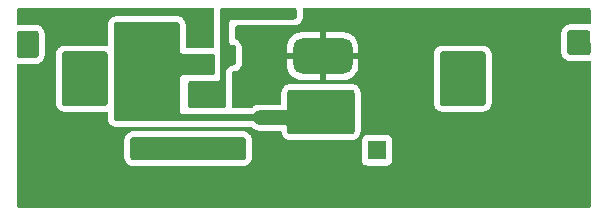
<source format=gbl>
G04 #@! TF.GenerationSoftware,KiCad,Pcbnew,(5.99.0-10682-g4bb4606811)*
G04 #@! TF.CreationDate,2021-06-09T14:52:46+02:00*
G04 #@! TF.ProjectId,xl7005-module,786c3730-3035-42d6-9d6f-64756c652e6b,rev?*
G04 #@! TF.SameCoordinates,Original*
G04 #@! TF.FileFunction,Copper,L2,Bot*
G04 #@! TF.FilePolarity,Positive*
%FSLAX46Y46*%
G04 Gerber Fmt 4.6, Leading zero omitted, Abs format (unit mm)*
G04 Created by KiCad (PCBNEW (5.99.0-10682-g4bb4606811)) date 2021-06-09 14:52:46*
%MOMM*%
%LPD*%
G01*
G04 APERTURE LIST*
G04 Aperture macros list*
%AMRoundRect*
0 Rectangle with rounded corners*
0 $1 Rounding radius*
0 $2 $3 $4 $5 $6 $7 $8 $9 X,Y pos of 4 corners*
0 Add a 4 corners polygon primitive as box body*
4,1,4,$2,$3,$4,$5,$6,$7,$8,$9,$2,$3,0*
0 Add four circle primitives for the rounded corners*
1,1,$1+$1,$2,$3*
1,1,$1+$1,$4,$5*
1,1,$1+$1,$6,$7*
1,1,$1+$1,$8,$9*
0 Add four rect primitives between the rounded corners*
20,1,$1+$1,$2,$3,$4,$5,0*
20,1,$1+$1,$4,$5,$6,$7,0*
20,1,$1+$1,$6,$7,$8,$9,0*
20,1,$1+$1,$8,$9,$2,$3,0*%
G04 Aperture macros list end*
G04 #@! TA.AperFunction,SMDPad,CuDef*
%ADD10RoundRect,0.250000X-0.475000X0.250000X-0.475000X-0.250000X0.475000X-0.250000X0.475000X0.250000X0*%
G04 #@! TD*
G04 #@! TA.AperFunction,SMDPad,CuDef*
%ADD11RoundRect,0.250000X-0.250000X-0.475000X0.250000X-0.475000X0.250000X0.475000X-0.250000X0.475000X0*%
G04 #@! TD*
G04 #@! TA.AperFunction,SMDPad,CuDef*
%ADD12RoundRect,0.750000X1.750000X-0.750000X1.750000X0.750000X-1.750000X0.750000X-1.750000X-0.750000X0*%
G04 #@! TD*
G04 #@! TA.AperFunction,SMDPad,CuDef*
%ADD13RoundRect,0.750000X-1.750000X0.750000X-1.750000X-0.750000X1.750000X-0.750000X1.750000X0.750000X0*%
G04 #@! TD*
G04 #@! TA.AperFunction,ComponentPad*
%ADD14C,1.400000*%
G04 #@! TD*
G04 #@! TA.AperFunction,ComponentPad*
%ADD15R,3.500000X3.500000*%
G04 #@! TD*
G04 #@! TA.AperFunction,ComponentPad*
%ADD16C,3.500000*%
G04 #@! TD*
G04 #@! TA.AperFunction,ComponentPad*
%ADD17R,1.600000X1.600000*%
G04 #@! TD*
G04 #@! TA.AperFunction,ComponentPad*
%ADD18C,1.600000*%
G04 #@! TD*
G04 #@! TA.AperFunction,SMDPad,CuDef*
%ADD19R,2.000000X1.500000*%
G04 #@! TD*
G04 #@! TA.AperFunction,SMDPad,CuDef*
%ADD20R,2.000000X3.800000*%
G04 #@! TD*
G04 #@! TA.AperFunction,ViaPad*
%ADD21C,0.400000*%
G04 #@! TD*
G04 APERTURE END LIST*
D10*
X150450000Y-68850000D03*
X150450000Y-70750000D03*
D11*
X146700000Y-63550000D03*
X148600000Y-63550000D03*
D12*
X154700000Y-63600000D03*
D13*
X154650000Y-68350000D03*
D14*
X176500000Y-62500000D03*
X176500000Y-73500000D03*
D15*
X166500000Y-70500000D03*
D16*
X166500000Y-65500000D03*
D17*
X140200000Y-71417621D03*
D18*
X140200000Y-73917621D03*
D17*
X159300000Y-71567621D03*
D18*
X159300000Y-74067621D03*
D17*
X147150000Y-71417621D03*
D18*
X147150000Y-73917621D03*
D14*
X129500000Y-73500000D03*
X129500000Y-62500000D03*
D15*
X134500000Y-70500000D03*
D16*
X134500000Y-65500000D03*
D19*
X144450000Y-66600000D03*
X144450000Y-64300000D03*
D20*
X138150000Y-64300000D03*
D19*
X144450000Y-62000000D03*
D21*
X147300000Y-60000000D03*
X148700000Y-60000000D03*
X150100000Y-60000000D03*
X151600000Y-60000000D03*
X173700000Y-60500000D03*
X171700000Y-60500000D03*
X175700000Y-60500000D03*
X176500000Y-69000000D03*
X129500000Y-75500000D03*
X148300000Y-62200000D03*
X135500000Y-60500000D03*
X147500000Y-65100000D03*
X148400000Y-65100000D03*
X170500000Y-75500000D03*
X131500000Y-60500000D03*
X149300000Y-65900000D03*
X147500000Y-66700000D03*
X155400000Y-72600000D03*
X161500000Y-75500000D03*
X139500000Y-75500000D03*
X172500000Y-75500000D03*
X149300000Y-67500000D03*
X135500000Y-75500000D03*
X131500000Y-75500000D03*
X174500000Y-75500000D03*
X149500000Y-75500000D03*
X137500000Y-75500000D03*
X147500000Y-67500000D03*
X155400000Y-74600000D03*
X147500000Y-75500000D03*
X155400000Y-73600000D03*
X133500000Y-60500000D03*
X149300000Y-66700000D03*
X148300000Y-61400000D03*
X133500000Y-75500000D03*
X155400000Y-71600000D03*
X176500000Y-71000000D03*
X143500000Y-75500000D03*
X148400000Y-66700000D03*
X147500000Y-65900000D03*
X155400000Y-75600000D03*
X176500000Y-75500000D03*
X148400000Y-67500000D03*
X149300000Y-65100000D03*
X145500000Y-75500000D03*
X141500000Y-75500000D03*
X148400000Y-65900000D03*
G04 #@! TA.AperFunction,Conductor*
G36*
X145454890Y-59520002D02*
G01*
X145501383Y-59573658D01*
X145511405Y-59644486D01*
X145504829Y-59688820D01*
X145502408Y-59713400D01*
X145500000Y-59762410D01*
X145500000Y-62775637D01*
X145479998Y-62843758D01*
X145426342Y-62890251D01*
X145367817Y-62901485D01*
X145339144Y-62900076D01*
X145339130Y-62900076D01*
X145337590Y-62900000D01*
X143226000Y-62900000D01*
X143157879Y-62879998D01*
X143111386Y-62826342D01*
X143100000Y-62774000D01*
X143100000Y-60962410D01*
X143099557Y-60953382D01*
X143098286Y-60927529D01*
X143097592Y-60913400D01*
X143097422Y-60911668D01*
X143095324Y-60890372D01*
X143095323Y-60890367D01*
X143095171Y-60888820D01*
X143087973Y-60840291D01*
X143076254Y-60781372D01*
X143047799Y-60687568D01*
X143028984Y-60642145D01*
X142982776Y-60555698D01*
X142956431Y-60516271D01*
X142894253Y-60440508D01*
X142859492Y-60405747D01*
X142857093Y-60403778D01*
X142786124Y-60345532D01*
X142786119Y-60345528D01*
X142783739Y-60343575D01*
X142764129Y-60330471D01*
X142764105Y-60330455D01*
X142744286Y-60317213D01*
X142657850Y-60271014D01*
X142655001Y-60269834D01*
X142654997Y-60269832D01*
X142615282Y-60253382D01*
X142612431Y-60252201D01*
X142518643Y-60223750D01*
X142483625Y-60216784D01*
X142483606Y-60216780D01*
X142483578Y-60216774D01*
X142461196Y-60212323D01*
X142461198Y-60212323D01*
X142459703Y-60212026D01*
X142448028Y-60210294D01*
X142412692Y-60205053D01*
X142412682Y-60205052D01*
X142411180Y-60204829D01*
X142400231Y-60203751D01*
X142388166Y-60202562D01*
X142388156Y-60202561D01*
X142386600Y-60202408D01*
X142364909Y-60201342D01*
X142339143Y-60200076D01*
X142339131Y-60200076D01*
X142337590Y-60200000D01*
X137262410Y-60200000D01*
X137260869Y-60200076D01*
X137260857Y-60200076D01*
X137235091Y-60201342D01*
X137213400Y-60202408D01*
X137211844Y-60202561D01*
X137211834Y-60202562D01*
X137199769Y-60203751D01*
X137188820Y-60204829D01*
X137187318Y-60205052D01*
X137187308Y-60205053D01*
X137151972Y-60210294D01*
X137140297Y-60212026D01*
X137138802Y-60212323D01*
X137138804Y-60212323D01*
X137116422Y-60216774D01*
X137116394Y-60216780D01*
X137116375Y-60216784D01*
X137081357Y-60223750D01*
X136987569Y-60252201D01*
X136984718Y-60253382D01*
X136945003Y-60269832D01*
X136944999Y-60269834D01*
X136942150Y-60271014D01*
X136855714Y-60317213D01*
X136835895Y-60330455D01*
X136835871Y-60330471D01*
X136816261Y-60343575D01*
X136813881Y-60345528D01*
X136813876Y-60345532D01*
X136742907Y-60403778D01*
X136740508Y-60405747D01*
X136705747Y-60440508D01*
X136643569Y-60516271D01*
X136617224Y-60555698D01*
X136571016Y-60642145D01*
X136552201Y-60687568D01*
X136523746Y-60781372D01*
X136512027Y-60840291D01*
X136504829Y-60888820D01*
X136504677Y-60890367D01*
X136504676Y-60890372D01*
X136502579Y-60911668D01*
X136502408Y-60913400D01*
X136501714Y-60927529D01*
X136500444Y-60953382D01*
X136500000Y-60962410D01*
X136500000Y-62586768D01*
X136479998Y-62654889D01*
X136426342Y-62701382D01*
X136355513Y-62711404D01*
X136312726Y-62705057D01*
X136312674Y-62705051D01*
X136311180Y-62704829D01*
X136300231Y-62703751D01*
X136288166Y-62702562D01*
X136288156Y-62702561D01*
X136286600Y-62702408D01*
X136264909Y-62701342D01*
X136239143Y-62700076D01*
X136239131Y-62700076D01*
X136237590Y-62700000D01*
X132862410Y-62700000D01*
X132860869Y-62700076D01*
X132860857Y-62700076D01*
X132835091Y-62701342D01*
X132813400Y-62702408D01*
X132811844Y-62702561D01*
X132811834Y-62702562D01*
X132799769Y-62703751D01*
X132788820Y-62704829D01*
X132787318Y-62705052D01*
X132787308Y-62705053D01*
X132751972Y-62710294D01*
X132740297Y-62712026D01*
X132738802Y-62712323D01*
X132738804Y-62712323D01*
X132716422Y-62716774D01*
X132716394Y-62716780D01*
X132716375Y-62716784D01*
X132681357Y-62723750D01*
X132587569Y-62752201D01*
X132584718Y-62753382D01*
X132545003Y-62769832D01*
X132544999Y-62769834D01*
X132542150Y-62771014D01*
X132455714Y-62817213D01*
X132435895Y-62830455D01*
X132435871Y-62830471D01*
X132416261Y-62843575D01*
X132413881Y-62845528D01*
X132413876Y-62845532D01*
X132359389Y-62890251D01*
X132340508Y-62905747D01*
X132305747Y-62940508D01*
X132243569Y-63016271D01*
X132217224Y-63055698D01*
X132171016Y-63142145D01*
X132152201Y-63187568D01*
X132123746Y-63281372D01*
X132112027Y-63340291D01*
X132111798Y-63341832D01*
X132111796Y-63341846D01*
X132111428Y-63344329D01*
X132104829Y-63388820D01*
X132102408Y-63413400D01*
X132100000Y-63462410D01*
X132100000Y-67537590D01*
X132102408Y-67586600D01*
X132104829Y-67611180D01*
X132112027Y-67659709D01*
X132123746Y-67718628D01*
X132152201Y-67812432D01*
X132171016Y-67857855D01*
X132172474Y-67860583D01*
X132172477Y-67860589D01*
X132187525Y-67888740D01*
X132217224Y-67944302D01*
X132243569Y-67983729D01*
X132305747Y-68059492D01*
X132340508Y-68094253D01*
X132342906Y-68096221D01*
X132342907Y-68096222D01*
X132413876Y-68154468D01*
X132413881Y-68154472D01*
X132416261Y-68156425D01*
X132435871Y-68169529D01*
X132435895Y-68169545D01*
X132455714Y-68182787D01*
X132542150Y-68228986D01*
X132544999Y-68230166D01*
X132545003Y-68230168D01*
X132574689Y-68242464D01*
X132587569Y-68247799D01*
X132681357Y-68276250D01*
X132716375Y-68283216D01*
X132716422Y-68283226D01*
X132736012Y-68287122D01*
X132740297Y-68287974D01*
X132744491Y-68288596D01*
X132787308Y-68294947D01*
X132787318Y-68294948D01*
X132788820Y-68295171D01*
X132799769Y-68296249D01*
X132811834Y-68297438D01*
X132811844Y-68297439D01*
X132813400Y-68297592D01*
X132835091Y-68298658D01*
X132860857Y-68299924D01*
X132860869Y-68299924D01*
X132862410Y-68300000D01*
X136237590Y-68300000D01*
X136239131Y-68299924D01*
X136239143Y-68299924D01*
X136264909Y-68298658D01*
X136286600Y-68297592D01*
X136288156Y-68297439D01*
X136288166Y-68297438D01*
X136300231Y-68296249D01*
X136311180Y-68295171D01*
X136312674Y-68294949D01*
X136312726Y-68294943D01*
X136355513Y-68288596D01*
X136425831Y-68298386D01*
X136479693Y-68344640D01*
X136500000Y-68413232D01*
X136500000Y-68837590D01*
X136502408Y-68886600D01*
X136504829Y-68911180D01*
X136512027Y-68959709D01*
X136523746Y-69018628D01*
X136552201Y-69112432D01*
X136571016Y-69157855D01*
X136617224Y-69244302D01*
X136643569Y-69283729D01*
X136705747Y-69359492D01*
X136740508Y-69394253D01*
X136742906Y-69396221D01*
X136742907Y-69396222D01*
X136813876Y-69454468D01*
X136813881Y-69454472D01*
X136816261Y-69456425D01*
X136835871Y-69469529D01*
X136835895Y-69469545D01*
X136855714Y-69482787D01*
X136942150Y-69528986D01*
X136944999Y-69530166D01*
X136945003Y-69530168D01*
X136974689Y-69542464D01*
X136987569Y-69547799D01*
X137081357Y-69576250D01*
X137116375Y-69583216D01*
X137116422Y-69583226D01*
X137136012Y-69587122D01*
X137140297Y-69587974D01*
X137151972Y-69589706D01*
X137187308Y-69594947D01*
X137187318Y-69594948D01*
X137188820Y-69595171D01*
X137199769Y-69596249D01*
X137211834Y-69597438D01*
X137211844Y-69597439D01*
X137213400Y-69597592D01*
X137235091Y-69598658D01*
X137260857Y-69599924D01*
X137260869Y-69599924D01*
X137262410Y-69600000D01*
X148618428Y-69600000D01*
X148686549Y-69620002D01*
X148700425Y-69630332D01*
X148795890Y-69712159D01*
X148830745Y-69739454D01*
X148848888Y-69752408D01*
X148886028Y-69776516D01*
X148932897Y-69804070D01*
X149012828Y-69841983D01*
X149015428Y-69842945D01*
X149015438Y-69842949D01*
X149051849Y-69856418D01*
X149051859Y-69856421D01*
X149054478Y-69857390D01*
X149091969Y-69867594D01*
X149137126Y-69879885D01*
X149137135Y-69879887D01*
X149139828Y-69880620D01*
X149193346Y-69890202D01*
X149194711Y-69890384D01*
X149194721Y-69890386D01*
X149209061Y-69892302D01*
X149237236Y-69896068D01*
X149259441Y-69898040D01*
X149303671Y-69900000D01*
X151079741Y-69900000D01*
X151147862Y-69920002D01*
X151194355Y-69973658D01*
X151204757Y-70010453D01*
X151204829Y-70011180D01*
X151205060Y-70012740D01*
X151205061Y-70012745D01*
X151206288Y-70021014D01*
X151212027Y-70059709D01*
X151223746Y-70118628D01*
X151252201Y-70212432D01*
X151271016Y-70257855D01*
X151272474Y-70260583D01*
X151272477Y-70260589D01*
X151296357Y-70305263D01*
X151317224Y-70344302D01*
X151343569Y-70383729D01*
X151405747Y-70459492D01*
X151440508Y-70494253D01*
X151442906Y-70496221D01*
X151442907Y-70496222D01*
X151513876Y-70554468D01*
X151513881Y-70554472D01*
X151516261Y-70556425D01*
X151535871Y-70569529D01*
X151535895Y-70569545D01*
X151555714Y-70582787D01*
X151642150Y-70628986D01*
X151644999Y-70630166D01*
X151645003Y-70630168D01*
X151669638Y-70640372D01*
X151687569Y-70647799D01*
X151781357Y-70676250D01*
X151816375Y-70683216D01*
X151816422Y-70683226D01*
X151836012Y-70687122D01*
X151840297Y-70687974D01*
X151848576Y-70689202D01*
X151887308Y-70694947D01*
X151887318Y-70694948D01*
X151888820Y-70695171D01*
X151899769Y-70696249D01*
X151911834Y-70697438D01*
X151911844Y-70697439D01*
X151913400Y-70697592D01*
X151935091Y-70698658D01*
X151960857Y-70699924D01*
X151960869Y-70699924D01*
X151962410Y-70700000D01*
X157137590Y-70700000D01*
X157139131Y-70699924D01*
X157139143Y-70699924D01*
X157164909Y-70698658D01*
X157186600Y-70697592D01*
X157188156Y-70697439D01*
X157188166Y-70697438D01*
X157200231Y-70696249D01*
X157211180Y-70695171D01*
X157212682Y-70694948D01*
X157212692Y-70694947D01*
X157251424Y-70689202D01*
X157259703Y-70687974D01*
X157263988Y-70687122D01*
X157283578Y-70683226D01*
X157283625Y-70683216D01*
X157318643Y-70676250D01*
X157412431Y-70647799D01*
X157430362Y-70640372D01*
X157454997Y-70630168D01*
X157455001Y-70630166D01*
X157457850Y-70628986D01*
X157544286Y-70582787D01*
X157564105Y-70569545D01*
X157564129Y-70569529D01*
X157583739Y-70556425D01*
X157586119Y-70554472D01*
X157586124Y-70554468D01*
X157657093Y-70496222D01*
X157657094Y-70496221D01*
X157659492Y-70494253D01*
X157694253Y-70459492D01*
X157756431Y-70383729D01*
X157782776Y-70344302D01*
X157803643Y-70305263D01*
X157827523Y-70260589D01*
X157827526Y-70260583D01*
X157828984Y-70257855D01*
X157847799Y-70212432D01*
X157876254Y-70118628D01*
X157887973Y-70059709D01*
X157895171Y-70011180D01*
X157895939Y-70003382D01*
X157897438Y-69988166D01*
X157897439Y-69988156D01*
X157897592Y-69986600D01*
X157899153Y-69954829D01*
X157899924Y-69939143D01*
X157899924Y-69939131D01*
X157900000Y-69937590D01*
X157900000Y-66712410D01*
X157897592Y-66663400D01*
X157895171Y-66638820D01*
X157887973Y-66590291D01*
X157876254Y-66531372D01*
X157847799Y-66437568D01*
X157828984Y-66392145D01*
X157782776Y-66305698D01*
X157756431Y-66266271D01*
X157694253Y-66190508D01*
X157659492Y-66155747D01*
X157657093Y-66153778D01*
X157586124Y-66095532D01*
X157586119Y-66095528D01*
X157583739Y-66093575D01*
X157564129Y-66080471D01*
X157564105Y-66080455D01*
X157544286Y-66067213D01*
X157457850Y-66021014D01*
X157455001Y-66019834D01*
X157454997Y-66019832D01*
X157415282Y-66003382D01*
X157412431Y-66002201D01*
X157318643Y-65973750D01*
X157283625Y-65966784D01*
X157283606Y-65966780D01*
X157283578Y-65966774D01*
X157261196Y-65962323D01*
X157261198Y-65962323D01*
X157259703Y-65962026D01*
X157248028Y-65960294D01*
X157212692Y-65955053D01*
X157212682Y-65955052D01*
X157211180Y-65954829D01*
X157200231Y-65953751D01*
X157188166Y-65952562D01*
X157188156Y-65952561D01*
X157186600Y-65952408D01*
X157164909Y-65951342D01*
X157139143Y-65950076D01*
X157139131Y-65950076D01*
X157137590Y-65950000D01*
X151962410Y-65950000D01*
X151960869Y-65950076D01*
X151960857Y-65950076D01*
X151935091Y-65951342D01*
X151913400Y-65952408D01*
X151911844Y-65952561D01*
X151911834Y-65952562D01*
X151899769Y-65953751D01*
X151888820Y-65954829D01*
X151887318Y-65955052D01*
X151887308Y-65955053D01*
X151851972Y-65960294D01*
X151840297Y-65962026D01*
X151838802Y-65962323D01*
X151838804Y-65962323D01*
X151816422Y-65966774D01*
X151816394Y-65966780D01*
X151816375Y-65966784D01*
X151781357Y-65973750D01*
X151687569Y-66002201D01*
X151684718Y-66003382D01*
X151645003Y-66019832D01*
X151644999Y-66019834D01*
X151642150Y-66021014D01*
X151555714Y-66067213D01*
X151535895Y-66080455D01*
X151535871Y-66080471D01*
X151516261Y-66093575D01*
X151513881Y-66095528D01*
X151513876Y-66095532D01*
X151442907Y-66153778D01*
X151440508Y-66155747D01*
X151405747Y-66190508D01*
X151343569Y-66266271D01*
X151317224Y-66305698D01*
X151271016Y-66392145D01*
X151252201Y-66437568D01*
X151223746Y-66531372D01*
X151212027Y-66590291D01*
X151204829Y-66638820D01*
X151202408Y-66663400D01*
X151200000Y-66712410D01*
X151200000Y-67574000D01*
X151179998Y-67642121D01*
X151126342Y-67688614D01*
X151074000Y-67700000D01*
X149387173Y-67700000D01*
X149361029Y-67700684D01*
X149358928Y-67700794D01*
X149355160Y-67700991D01*
X149346624Y-67701148D01*
X149335246Y-67700969D01*
X149312239Y-67700607D01*
X149312220Y-67700607D01*
X149310683Y-67700583D01*
X149280599Y-67701561D01*
X149264044Y-67702099D01*
X149264033Y-67702100D01*
X149262514Y-67702149D01*
X149261015Y-67702270D01*
X149261002Y-67702271D01*
X149252380Y-67702969D01*
X149238333Y-67704105D01*
X149236850Y-67704297D01*
X149236843Y-67704298D01*
X149222162Y-67706202D01*
X149190527Y-67710303D01*
X149189031Y-67710571D01*
X149189017Y-67710573D01*
X149166135Y-67714670D01*
X149139829Y-67719380D01*
X149137136Y-67720113D01*
X149137127Y-67720115D01*
X149078621Y-67736039D01*
X149054478Y-67742610D01*
X149051859Y-67743579D01*
X149051849Y-67743582D01*
X149031453Y-67751127D01*
X149012828Y-67758017D01*
X148972864Y-67776972D01*
X148935433Y-67794726D01*
X148935423Y-67794731D01*
X148932900Y-67795928D01*
X148904619Y-67812554D01*
X148904605Y-67812562D01*
X148904492Y-67812628D01*
X148904443Y-67812657D01*
X148899989Y-67815276D01*
X148886016Y-67823491D01*
X148848896Y-67847587D01*
X148847770Y-67848391D01*
X148831918Y-67859709D01*
X148830755Y-67860539D01*
X148829625Y-67861424D01*
X148796987Y-67886981D01*
X148796966Y-67886998D01*
X148795891Y-67887840D01*
X148794863Y-67888721D01*
X148794840Y-67888740D01*
X148700428Y-67969666D01*
X148635690Y-67998812D01*
X148618428Y-68000000D01*
X147113231Y-68000000D01*
X147045110Y-67979998D01*
X146998617Y-67926342D01*
X146988595Y-67855514D01*
X146995171Y-67811180D01*
X146997592Y-67786600D01*
X146999706Y-67743582D01*
X146999924Y-67739143D01*
X146999924Y-67739131D01*
X147000000Y-67737590D01*
X147000000Y-65024265D01*
X147020002Y-64956144D01*
X147073658Y-64909651D01*
X147119814Y-64898417D01*
X147135033Y-64897669D01*
X147136600Y-64897592D01*
X147138156Y-64897439D01*
X147138166Y-64897438D01*
X147150231Y-64896249D01*
X147161180Y-64895171D01*
X147162682Y-64894948D01*
X147162692Y-64894947D01*
X147198028Y-64889706D01*
X147209703Y-64887974D01*
X147213988Y-64887122D01*
X147233578Y-64883226D01*
X147233625Y-64883216D01*
X147268643Y-64876250D01*
X147362431Y-64847799D01*
X147375311Y-64842464D01*
X147404997Y-64830168D01*
X147405001Y-64830166D01*
X147407850Y-64828986D01*
X147494286Y-64782787D01*
X147514105Y-64769545D01*
X147514129Y-64769529D01*
X147533739Y-64756425D01*
X147536119Y-64754472D01*
X147536124Y-64754468D01*
X147607093Y-64696222D01*
X147607094Y-64696221D01*
X147609492Y-64694253D01*
X147644253Y-64659492D01*
X147706431Y-64583729D01*
X147732776Y-64544302D01*
X147778984Y-64457855D01*
X147797799Y-64412432D01*
X147826254Y-64318628D01*
X147837973Y-64259709D01*
X147839425Y-64249924D01*
X147841902Y-64233220D01*
X147845171Y-64211180D01*
X147847592Y-64186600D01*
X147850000Y-64137590D01*
X147850000Y-63867548D01*
X151692000Y-63867548D01*
X151692000Y-64403222D01*
X151692249Y-64408817D01*
X151706462Y-64568063D01*
X151708444Y-64579077D01*
X151764733Y-64784835D01*
X151768627Y-64795308D01*
X151860469Y-64987857D01*
X151866155Y-64997472D01*
X151990639Y-65170711D01*
X151997947Y-65179177D01*
X152151140Y-65327632D01*
X152159822Y-65334662D01*
X152336892Y-65453649D01*
X152346681Y-65459030D01*
X152542012Y-65544775D01*
X152552611Y-65548342D01*
X152760526Y-65598257D01*
X152770596Y-65599825D01*
X152879606Y-65607831D01*
X152884232Y-65608000D01*
X154427885Y-65608000D01*
X154443124Y-65603525D01*
X154444329Y-65602135D01*
X154446000Y-65594452D01*
X154446000Y-63872115D01*
X154444659Y-63867548D01*
X154954000Y-63867548D01*
X154954000Y-65589885D01*
X154958475Y-65605124D01*
X154959865Y-65606329D01*
X154967548Y-65608000D01*
X156503222Y-65608000D01*
X156508817Y-65607751D01*
X156668063Y-65593538D01*
X156679077Y-65591556D01*
X156884835Y-65535267D01*
X156895308Y-65531373D01*
X157087857Y-65439531D01*
X157097472Y-65433845D01*
X157270711Y-65309361D01*
X157279177Y-65302053D01*
X157427632Y-65148860D01*
X157434662Y-65140178D01*
X157553649Y-64963108D01*
X157559030Y-64953319D01*
X157644775Y-64757988D01*
X157648342Y-64747389D01*
X157698257Y-64539474D01*
X157699825Y-64529404D01*
X157707831Y-64420394D01*
X157708000Y-64415768D01*
X157708000Y-63872115D01*
X157703525Y-63856876D01*
X157702135Y-63855671D01*
X157694452Y-63854000D01*
X154972115Y-63854000D01*
X154956876Y-63858475D01*
X154955671Y-63859865D01*
X154954000Y-63867548D01*
X154444659Y-63867548D01*
X154441525Y-63856876D01*
X154440135Y-63855671D01*
X154432452Y-63854000D01*
X151710115Y-63854000D01*
X151694876Y-63858475D01*
X151693671Y-63859865D01*
X151692000Y-63867548D01*
X147850000Y-63867548D01*
X147850000Y-63462410D01*
X164100000Y-63462410D01*
X164100000Y-67537590D01*
X164102408Y-67586600D01*
X164104829Y-67611180D01*
X164112027Y-67659709D01*
X164123746Y-67718628D01*
X164152201Y-67812432D01*
X164171016Y-67857855D01*
X164172474Y-67860583D01*
X164172477Y-67860589D01*
X164187525Y-67888740D01*
X164217224Y-67944302D01*
X164243569Y-67983729D01*
X164305747Y-68059492D01*
X164340508Y-68094253D01*
X164342906Y-68096221D01*
X164342907Y-68096222D01*
X164413876Y-68154468D01*
X164413881Y-68154472D01*
X164416261Y-68156425D01*
X164435871Y-68169529D01*
X164435895Y-68169545D01*
X164455714Y-68182787D01*
X164542150Y-68228986D01*
X164544999Y-68230166D01*
X164545003Y-68230168D01*
X164574689Y-68242464D01*
X164587569Y-68247799D01*
X164681357Y-68276250D01*
X164716375Y-68283216D01*
X164716422Y-68283226D01*
X164736012Y-68287122D01*
X164740297Y-68287974D01*
X164744491Y-68288596D01*
X164787308Y-68294947D01*
X164787318Y-68294948D01*
X164788820Y-68295171D01*
X164799769Y-68296249D01*
X164811834Y-68297438D01*
X164811844Y-68297439D01*
X164813400Y-68297592D01*
X164835091Y-68298658D01*
X164860857Y-68299924D01*
X164860869Y-68299924D01*
X164862410Y-68300000D01*
X168237590Y-68300000D01*
X168239131Y-68299924D01*
X168239143Y-68299924D01*
X168264909Y-68298658D01*
X168286600Y-68297592D01*
X168288156Y-68297439D01*
X168288166Y-68297438D01*
X168300231Y-68296249D01*
X168311180Y-68295171D01*
X168312682Y-68294948D01*
X168312692Y-68294947D01*
X168355509Y-68288596D01*
X168359703Y-68287974D01*
X168363988Y-68287122D01*
X168383578Y-68283226D01*
X168383625Y-68283216D01*
X168418643Y-68276250D01*
X168512431Y-68247799D01*
X168525311Y-68242464D01*
X168554997Y-68230168D01*
X168555001Y-68230166D01*
X168557850Y-68228986D01*
X168644286Y-68182787D01*
X168664105Y-68169545D01*
X168664129Y-68169529D01*
X168683739Y-68156425D01*
X168686119Y-68154472D01*
X168686124Y-68154468D01*
X168757093Y-68096222D01*
X168757094Y-68096221D01*
X168759492Y-68094253D01*
X168794253Y-68059492D01*
X168856431Y-67983729D01*
X168882776Y-67944302D01*
X168912475Y-67888740D01*
X168927523Y-67860589D01*
X168927526Y-67860583D01*
X168928984Y-67857855D01*
X168947799Y-67812432D01*
X168976254Y-67718628D01*
X168987973Y-67659709D01*
X168995171Y-67611180D01*
X168997592Y-67586600D01*
X169000000Y-67537590D01*
X169000000Y-63462410D01*
X168997592Y-63413400D01*
X168995171Y-63388820D01*
X168988572Y-63344329D01*
X168988204Y-63341846D01*
X168988202Y-63341832D01*
X168987973Y-63340291D01*
X168976254Y-63281372D01*
X168947799Y-63187568D01*
X168928984Y-63142145D01*
X168882776Y-63055698D01*
X168856431Y-63016271D01*
X168794253Y-62940508D01*
X168759492Y-62905747D01*
X168740611Y-62890251D01*
X168686124Y-62845532D01*
X168686119Y-62845528D01*
X168683739Y-62843575D01*
X168664129Y-62830471D01*
X168664105Y-62830455D01*
X168644286Y-62817213D01*
X168557850Y-62771014D01*
X168555001Y-62769834D01*
X168554997Y-62769832D01*
X168515282Y-62753382D01*
X168512431Y-62752201D01*
X168418643Y-62723750D01*
X168383625Y-62716784D01*
X168383606Y-62716780D01*
X168383578Y-62716774D01*
X168361196Y-62712323D01*
X168361198Y-62712323D01*
X168359703Y-62712026D01*
X168348028Y-62710294D01*
X168312692Y-62705053D01*
X168312682Y-62705052D01*
X168311180Y-62704829D01*
X168300231Y-62703751D01*
X168288166Y-62702562D01*
X168288156Y-62702561D01*
X168286600Y-62702408D01*
X168264909Y-62701342D01*
X168239143Y-62700076D01*
X168239131Y-62700076D01*
X168237590Y-62700000D01*
X164862410Y-62700000D01*
X164860869Y-62700076D01*
X164860857Y-62700076D01*
X164835091Y-62701342D01*
X164813400Y-62702408D01*
X164811844Y-62702561D01*
X164811834Y-62702562D01*
X164799769Y-62703751D01*
X164788820Y-62704829D01*
X164787318Y-62705052D01*
X164787308Y-62705053D01*
X164751972Y-62710294D01*
X164740297Y-62712026D01*
X164738802Y-62712323D01*
X164738804Y-62712323D01*
X164716422Y-62716774D01*
X164716394Y-62716780D01*
X164716375Y-62716784D01*
X164681357Y-62723750D01*
X164587569Y-62752201D01*
X164584718Y-62753382D01*
X164545003Y-62769832D01*
X164544999Y-62769834D01*
X164542150Y-62771014D01*
X164455714Y-62817213D01*
X164435895Y-62830455D01*
X164435871Y-62830471D01*
X164416261Y-62843575D01*
X164413881Y-62845528D01*
X164413876Y-62845532D01*
X164359389Y-62890251D01*
X164340508Y-62905747D01*
X164305747Y-62940508D01*
X164243569Y-63016271D01*
X164217224Y-63055698D01*
X164171016Y-63142145D01*
X164152201Y-63187568D01*
X164123746Y-63281372D01*
X164112027Y-63340291D01*
X164111798Y-63341832D01*
X164111796Y-63341846D01*
X164111428Y-63344329D01*
X164104829Y-63388820D01*
X164102408Y-63413400D01*
X164100000Y-63462410D01*
X147850000Y-63462410D01*
X147850000Y-62912410D01*
X147847592Y-62863400D01*
X147845658Y-62843758D01*
X147845324Y-62840372D01*
X147845323Y-62840367D01*
X147845171Y-62838820D01*
X147837973Y-62790291D01*
X147836768Y-62784232D01*
X151692000Y-62784232D01*
X151692000Y-63327885D01*
X151696475Y-63343124D01*
X151697865Y-63344329D01*
X151705548Y-63346000D01*
X154427885Y-63346000D01*
X154443124Y-63341525D01*
X154444329Y-63340135D01*
X154446000Y-63332452D01*
X154446000Y-61610115D01*
X154444659Y-61605548D01*
X154954000Y-61605548D01*
X154954000Y-63327885D01*
X154958475Y-63343124D01*
X154959865Y-63344329D01*
X154967548Y-63346000D01*
X157689885Y-63346000D01*
X157705124Y-63341525D01*
X157706329Y-63340135D01*
X157708000Y-63332452D01*
X157708000Y-62796778D01*
X157707751Y-62791183D01*
X157693538Y-62631937D01*
X157691556Y-62620923D01*
X157635267Y-62415165D01*
X157631373Y-62404692D01*
X157539531Y-62212143D01*
X157533845Y-62202528D01*
X157409361Y-62029289D01*
X157402053Y-62020823D01*
X157248860Y-61872368D01*
X157240178Y-61865338D01*
X157063108Y-61746351D01*
X157053319Y-61740970D01*
X156857988Y-61655225D01*
X156847389Y-61651658D01*
X156639474Y-61601743D01*
X156629404Y-61600175D01*
X156520394Y-61592169D01*
X156515768Y-61592000D01*
X154972115Y-61592000D01*
X154956876Y-61596475D01*
X154955671Y-61597865D01*
X154954000Y-61605548D01*
X154444659Y-61605548D01*
X154441525Y-61594876D01*
X154440135Y-61593671D01*
X154432452Y-61592000D01*
X152896778Y-61592000D01*
X152891183Y-61592249D01*
X152731937Y-61606462D01*
X152720923Y-61608444D01*
X152515165Y-61664733D01*
X152504692Y-61668627D01*
X152312143Y-61760469D01*
X152302528Y-61766155D01*
X152129289Y-61890639D01*
X152120823Y-61897947D01*
X151972368Y-62051140D01*
X151965338Y-62059822D01*
X151846351Y-62236892D01*
X151840970Y-62246681D01*
X151755225Y-62442012D01*
X151751658Y-62452611D01*
X151701743Y-62660526D01*
X151700175Y-62670596D01*
X151692169Y-62779606D01*
X151692000Y-62784232D01*
X147836768Y-62784232D01*
X147826254Y-62731372D01*
X147797799Y-62637568D01*
X147778984Y-62592145D01*
X147732776Y-62505698D01*
X147706431Y-62466271D01*
X147644253Y-62390508D01*
X147609492Y-62355747D01*
X147607093Y-62353778D01*
X147536124Y-62295532D01*
X147536119Y-62295528D01*
X147533739Y-62293575D01*
X147514129Y-62280471D01*
X147514105Y-62280455D01*
X147494286Y-62267213D01*
X147407850Y-62221014D01*
X147377782Y-62208560D01*
X147322502Y-62164013D01*
X147300000Y-62092151D01*
X147300000Y-61126000D01*
X147320002Y-61057879D01*
X147373658Y-61011386D01*
X147426000Y-61000000D01*
X152237590Y-61000000D01*
X152239131Y-60999924D01*
X152239143Y-60999924D01*
X152264909Y-60998658D01*
X152286600Y-60997592D01*
X152288156Y-60997439D01*
X152288166Y-60997438D01*
X152300231Y-60996249D01*
X152311180Y-60995171D01*
X152312682Y-60994948D01*
X152312692Y-60994947D01*
X152348028Y-60989706D01*
X152359703Y-60987974D01*
X152363988Y-60987122D01*
X152383578Y-60983226D01*
X152383625Y-60983216D01*
X152418643Y-60976250D01*
X152428866Y-60973149D01*
X152449847Y-60966784D01*
X152512431Y-60947799D01*
X152525311Y-60942464D01*
X152554997Y-60930168D01*
X152555001Y-60930166D01*
X152557850Y-60928986D01*
X152644286Y-60882787D01*
X152664105Y-60869545D01*
X152664129Y-60869529D01*
X152683739Y-60856425D01*
X152686119Y-60854472D01*
X152686124Y-60854468D01*
X152757093Y-60796222D01*
X152757094Y-60796221D01*
X152759492Y-60794253D01*
X152794253Y-60759492D01*
X152856431Y-60683729D01*
X152882776Y-60644302D01*
X152928984Y-60557855D01*
X152947799Y-60512432D01*
X152976254Y-60418628D01*
X152987973Y-60359709D01*
X152995171Y-60311180D01*
X152997592Y-60286600D01*
X153000000Y-60237590D01*
X153000000Y-59762410D01*
X152997592Y-59713400D01*
X152995171Y-59688820D01*
X152988595Y-59644486D01*
X152998385Y-59574169D01*
X153044638Y-59520307D01*
X153113231Y-59500000D01*
X177137590Y-59500000D01*
X177162170Y-59502421D01*
X177186073Y-59507175D01*
X177221091Y-59514141D01*
X177266510Y-59532954D01*
X177286329Y-59546196D01*
X177305939Y-59559300D01*
X177340700Y-59594061D01*
X177367045Y-59633488D01*
X177385859Y-59678909D01*
X177392408Y-59711834D01*
X177397579Y-59737830D01*
X177400000Y-59762410D01*
X177400000Y-60795033D01*
X177379998Y-60863154D01*
X177326342Y-60909647D01*
X177249786Y-60918684D01*
X177213961Y-60911668D01*
X177166122Y-60904681D01*
X177164621Y-60904535D01*
X177164609Y-60904534D01*
X177143425Y-60902480D01*
X177143412Y-60902479D01*
X177141916Y-60902334D01*
X177093663Y-60900000D01*
X175662410Y-60900000D01*
X175660869Y-60900076D01*
X175660857Y-60900076D01*
X175635091Y-60901342D01*
X175613400Y-60902408D01*
X175611844Y-60902561D01*
X175611834Y-60902562D01*
X175599769Y-60903751D01*
X175588820Y-60904829D01*
X175587318Y-60905052D01*
X175587308Y-60905053D01*
X175556336Y-60909647D01*
X175540297Y-60912026D01*
X175538802Y-60912323D01*
X175538804Y-60912323D01*
X175516422Y-60916774D01*
X175516394Y-60916780D01*
X175516375Y-60916784D01*
X175481357Y-60923750D01*
X175478405Y-60924645D01*
X175478403Y-60924646D01*
X175464097Y-60928986D01*
X175387569Y-60952201D01*
X175380684Y-60955053D01*
X175345003Y-60969832D01*
X175344999Y-60969834D01*
X175342150Y-60971014D01*
X175339424Y-60972471D01*
X175337031Y-60973750D01*
X175255714Y-61017213D01*
X175235895Y-61030455D01*
X175235871Y-61030471D01*
X175216261Y-61043575D01*
X175213881Y-61045528D01*
X175213876Y-61045532D01*
X175171325Y-61080455D01*
X175140508Y-61105747D01*
X175105747Y-61140508D01*
X175103786Y-61142898D01*
X175103781Y-61142903D01*
X175074657Y-61178391D01*
X175043566Y-61216275D01*
X175019642Y-61252079D01*
X175017252Y-61255655D01*
X175015797Y-61258376D01*
X175015795Y-61258380D01*
X174991880Y-61303117D01*
X174971016Y-61342145D01*
X174952201Y-61387568D01*
X174923746Y-61481372D01*
X174912027Y-61540291D01*
X174904829Y-61588820D01*
X174904677Y-61590367D01*
X174904676Y-61590372D01*
X174902732Y-61610115D01*
X174902408Y-61613400D01*
X174900000Y-61662410D01*
X174900000Y-63237590D01*
X174902408Y-63286600D01*
X174904829Y-63311180D01*
X174912027Y-63359709D01*
X174923746Y-63418628D01*
X174952201Y-63512432D01*
X174971016Y-63557855D01*
X175017224Y-63644302D01*
X175043569Y-63683729D01*
X175105747Y-63759492D01*
X175140508Y-63794253D01*
X175142906Y-63796221D01*
X175142907Y-63796222D01*
X175213876Y-63854468D01*
X175213881Y-63854472D01*
X175216261Y-63856425D01*
X175235871Y-63869529D01*
X175235895Y-63869545D01*
X175255714Y-63882787D01*
X175342150Y-63928986D01*
X175344999Y-63930166D01*
X175345003Y-63930168D01*
X175374689Y-63942464D01*
X175387569Y-63947799D01*
X175481357Y-63976250D01*
X175511494Y-63982245D01*
X175516375Y-63983216D01*
X175516422Y-63983226D01*
X175536012Y-63987122D01*
X175540297Y-63987974D01*
X175551972Y-63989706D01*
X175587308Y-63994947D01*
X175587318Y-63994948D01*
X175588820Y-63995171D01*
X175599769Y-63996249D01*
X175611834Y-63997438D01*
X175611844Y-63997439D01*
X175613400Y-63997592D01*
X175635091Y-63998658D01*
X175660857Y-63999924D01*
X175660869Y-63999924D01*
X175662410Y-64000000D01*
X177131378Y-64000000D01*
X177132916Y-63999923D01*
X177132927Y-63999923D01*
X177179576Y-63997596D01*
X177179591Y-63997595D01*
X177181132Y-63997518D01*
X177182673Y-63997364D01*
X177182685Y-63997363D01*
X177204545Y-63995177D01*
X177204560Y-63995175D01*
X177206081Y-63995023D01*
X177222585Y-63992537D01*
X177255235Y-63987620D01*
X177325575Y-63997254D01*
X177379540Y-64043387D01*
X177400000Y-64112215D01*
X177400000Y-76237590D01*
X177397579Y-76262170D01*
X177385860Y-76321089D01*
X177367045Y-76366512D01*
X177340700Y-76405939D01*
X177305939Y-76440700D01*
X177286329Y-76453804D01*
X177266510Y-76467046D01*
X177221091Y-76485859D01*
X177186073Y-76492825D01*
X177162170Y-76497579D01*
X177137590Y-76500000D01*
X129062410Y-76500000D01*
X129037830Y-76497579D01*
X129013927Y-76492825D01*
X128978909Y-76485859D01*
X128933490Y-76467046D01*
X128913671Y-76453804D01*
X128894061Y-76440700D01*
X128859300Y-76405939D01*
X128832955Y-76366512D01*
X128814140Y-76321089D01*
X128802421Y-76262170D01*
X128800000Y-76237590D01*
X128800000Y-70712410D01*
X137900000Y-70712410D01*
X137900000Y-72137590D01*
X137902408Y-72186600D01*
X137904829Y-72211180D01*
X137912027Y-72259709D01*
X137923746Y-72318628D01*
X137952201Y-72412432D01*
X137971016Y-72457855D01*
X137972474Y-72460583D01*
X137972477Y-72460589D01*
X138003288Y-72518231D01*
X138017224Y-72544302D01*
X138043569Y-72583729D01*
X138105747Y-72659492D01*
X138140508Y-72694253D01*
X138142906Y-72696221D01*
X138142907Y-72696222D01*
X138213876Y-72754468D01*
X138213881Y-72754472D01*
X138216261Y-72756425D01*
X138235871Y-72769529D01*
X138235895Y-72769545D01*
X138255714Y-72782787D01*
X138258442Y-72784245D01*
X138339258Y-72827440D01*
X138342150Y-72828986D01*
X138344999Y-72830166D01*
X138345003Y-72830168D01*
X138374689Y-72842464D01*
X138387569Y-72847799D01*
X138447812Y-72866074D01*
X138470512Y-72872960D01*
X138481357Y-72876250D01*
X138516375Y-72883216D01*
X138516422Y-72883226D01*
X138536012Y-72887122D01*
X138540297Y-72887974D01*
X138551972Y-72889706D01*
X138587308Y-72894947D01*
X138587318Y-72894948D01*
X138588820Y-72895171D01*
X138599769Y-72896249D01*
X138611834Y-72897438D01*
X138611844Y-72897439D01*
X138613400Y-72897592D01*
X138635091Y-72898658D01*
X138660857Y-72899924D01*
X138660869Y-72899924D01*
X138662410Y-72900000D01*
X147937590Y-72900000D01*
X147939131Y-72899924D01*
X147939143Y-72899924D01*
X147964909Y-72898658D01*
X147986600Y-72897592D01*
X147988156Y-72897439D01*
X147988166Y-72897438D01*
X148000231Y-72896249D01*
X148011180Y-72895171D01*
X148012682Y-72894948D01*
X148012692Y-72894947D01*
X148048028Y-72889706D01*
X148059703Y-72887974D01*
X148063988Y-72887122D01*
X148083578Y-72883226D01*
X148083625Y-72883216D01*
X148118643Y-72876250D01*
X148129489Y-72872960D01*
X148152188Y-72866074D01*
X148212431Y-72847799D01*
X148225311Y-72842464D01*
X148254997Y-72830168D01*
X148255001Y-72830166D01*
X148257850Y-72828986D01*
X148260743Y-72827440D01*
X148341558Y-72784245D01*
X148344286Y-72782787D01*
X148364105Y-72769545D01*
X148364129Y-72769529D01*
X148383739Y-72756425D01*
X148386119Y-72754472D01*
X148386124Y-72754468D01*
X148457093Y-72696222D01*
X148457094Y-72696221D01*
X148459492Y-72694253D01*
X148494253Y-72659492D01*
X148556431Y-72583729D01*
X148582776Y-72544302D01*
X148596712Y-72518231D01*
X148627523Y-72460589D01*
X148627526Y-72460583D01*
X148628984Y-72457855D01*
X148647799Y-72412432D01*
X148676254Y-72318628D01*
X148687973Y-72259709D01*
X148695171Y-72211180D01*
X148697592Y-72186600D01*
X148700000Y-72137590D01*
X148700000Y-70767621D01*
X157994500Y-70767621D01*
X157994500Y-72367621D01*
X157999645Y-72439561D01*
X158001546Y-72446036D01*
X158001547Y-72446040D01*
X158005819Y-72460589D01*
X158040181Y-72577613D01*
X158045053Y-72585194D01*
X158113097Y-72691073D01*
X158113099Y-72691076D01*
X158117969Y-72698653D01*
X158226706Y-72792875D01*
X158234903Y-72796619D01*
X158234904Y-72796619D01*
X158305778Y-72828986D01*
X158357584Y-72852645D01*
X158366499Y-72853927D01*
X158366500Y-72853927D01*
X158495552Y-72872482D01*
X158495559Y-72872483D01*
X158500000Y-72873121D01*
X160100000Y-72873121D01*
X160108935Y-72872482D01*
X160165204Y-72868458D01*
X160165206Y-72868458D01*
X160171940Y-72867976D01*
X160178415Y-72866075D01*
X160178419Y-72866074D01*
X160301345Y-72829979D01*
X160309992Y-72827440D01*
X160317573Y-72822568D01*
X160423452Y-72754524D01*
X160423455Y-72754522D01*
X160431032Y-72749652D01*
X160525254Y-72640915D01*
X160585024Y-72510037D01*
X160586306Y-72501121D01*
X160604861Y-72372069D01*
X160604862Y-72372062D01*
X160605500Y-72367621D01*
X160605500Y-70767621D01*
X160605119Y-70762288D01*
X160600837Y-70702417D01*
X160600837Y-70702415D01*
X160600355Y-70695681D01*
X160598158Y-70688197D01*
X160562358Y-70566276D01*
X160559819Y-70557629D01*
X160542945Y-70531372D01*
X160486903Y-70444169D01*
X160486901Y-70444166D01*
X160482031Y-70436589D01*
X160373294Y-70342367D01*
X160308276Y-70312674D01*
X160250610Y-70286339D01*
X160242416Y-70282597D01*
X160233501Y-70281315D01*
X160233500Y-70281315D01*
X160104448Y-70262760D01*
X160104441Y-70262759D01*
X160100000Y-70262121D01*
X158500000Y-70262121D01*
X158497749Y-70262282D01*
X158434796Y-70266784D01*
X158434794Y-70266784D01*
X158428060Y-70267266D01*
X158421585Y-70269167D01*
X158421581Y-70269168D01*
X158300258Y-70304792D01*
X158290008Y-70307802D01*
X158282427Y-70312674D01*
X158176548Y-70380718D01*
X158176545Y-70380720D01*
X158168968Y-70385590D01*
X158074746Y-70494327D01*
X158071002Y-70502524D01*
X158071002Y-70502525D01*
X158018718Y-70617011D01*
X158014976Y-70625205D01*
X158013694Y-70634120D01*
X158013694Y-70634121D01*
X157995139Y-70763173D01*
X157995138Y-70763180D01*
X157994500Y-70767621D01*
X148700000Y-70767621D01*
X148700000Y-70712410D01*
X148699265Y-70697438D01*
X148697669Y-70664972D01*
X148697592Y-70663400D01*
X148696056Y-70647799D01*
X148695324Y-70640372D01*
X148695323Y-70640367D01*
X148695171Y-70638820D01*
X148687973Y-70590291D01*
X148676254Y-70531372D01*
X148647799Y-70437568D01*
X148628984Y-70392145D01*
X148625481Y-70385590D01*
X148584240Y-70308437D01*
X148582776Y-70305698D01*
X148556431Y-70266271D01*
X148494253Y-70190508D01*
X148459492Y-70155747D01*
X148457093Y-70153778D01*
X148386124Y-70095532D01*
X148386119Y-70095528D01*
X148383739Y-70093575D01*
X148364129Y-70080471D01*
X148364105Y-70080455D01*
X148344286Y-70067213D01*
X148257850Y-70021014D01*
X148255001Y-70019834D01*
X148254997Y-70019832D01*
X148215282Y-70003382D01*
X148212431Y-70002201D01*
X148118643Y-69973750D01*
X148083625Y-69966784D01*
X148083606Y-69966780D01*
X148083578Y-69966774D01*
X148061196Y-69962323D01*
X148061198Y-69962323D01*
X148059703Y-69962026D01*
X148048028Y-69960294D01*
X148012692Y-69955053D01*
X148012682Y-69955052D01*
X148011180Y-69954829D01*
X148000231Y-69953751D01*
X147988166Y-69952562D01*
X147988156Y-69952561D01*
X147986600Y-69952408D01*
X147964909Y-69951342D01*
X147939143Y-69950076D01*
X147939131Y-69950076D01*
X147937590Y-69950000D01*
X138662410Y-69950000D01*
X138660869Y-69950076D01*
X138660857Y-69950076D01*
X138635091Y-69951342D01*
X138613400Y-69952408D01*
X138611844Y-69952561D01*
X138611834Y-69952562D01*
X138599769Y-69953751D01*
X138588820Y-69954829D01*
X138587318Y-69955052D01*
X138587308Y-69955053D01*
X138551972Y-69960294D01*
X138540297Y-69962026D01*
X138538802Y-69962323D01*
X138538804Y-69962323D01*
X138516422Y-69966774D01*
X138516394Y-69966780D01*
X138516375Y-69966784D01*
X138481357Y-69973750D01*
X138387569Y-70002201D01*
X138384718Y-70003382D01*
X138345003Y-70019832D01*
X138344999Y-70019834D01*
X138342150Y-70021014D01*
X138255714Y-70067213D01*
X138235895Y-70080455D01*
X138235871Y-70080471D01*
X138216261Y-70093575D01*
X138213881Y-70095528D01*
X138213876Y-70095532D01*
X138142907Y-70153778D01*
X138140508Y-70155747D01*
X138105747Y-70190508D01*
X138043569Y-70266271D01*
X138017224Y-70305698D01*
X138015760Y-70308437D01*
X137974520Y-70385590D01*
X137971016Y-70392145D01*
X137952201Y-70437568D01*
X137923746Y-70531372D01*
X137912027Y-70590291D01*
X137904829Y-70638820D01*
X137904677Y-70640367D01*
X137904676Y-70640372D01*
X137903945Y-70647799D01*
X137902408Y-70663400D01*
X137902331Y-70664972D01*
X137900736Y-70697438D01*
X137900000Y-70712410D01*
X128800000Y-70712410D01*
X128800000Y-64363232D01*
X128820002Y-64295111D01*
X128873658Y-64248618D01*
X128944487Y-64238596D01*
X128987274Y-64244943D01*
X128987326Y-64244949D01*
X128988820Y-64245171D01*
X128999769Y-64246249D01*
X129011834Y-64247438D01*
X129011844Y-64247439D01*
X129013400Y-64247592D01*
X129034282Y-64248618D01*
X129060857Y-64249924D01*
X129060869Y-64249924D01*
X129062410Y-64250000D01*
X130387590Y-64250000D01*
X130389131Y-64249924D01*
X130389143Y-64249924D01*
X130415718Y-64248618D01*
X130436600Y-64247592D01*
X130438156Y-64247439D01*
X130438166Y-64247438D01*
X130450231Y-64246249D01*
X130461180Y-64245171D01*
X130462682Y-64244948D01*
X130462692Y-64244947D01*
X130505509Y-64238596D01*
X130509703Y-64237974D01*
X130513988Y-64237122D01*
X130533578Y-64233226D01*
X130533625Y-64233216D01*
X130568643Y-64226250D01*
X130662431Y-64197799D01*
X130675311Y-64192464D01*
X130704997Y-64180168D01*
X130705001Y-64180166D01*
X130707850Y-64178986D01*
X130794286Y-64132787D01*
X130814105Y-64119545D01*
X130814129Y-64119529D01*
X130833739Y-64106425D01*
X130836119Y-64104472D01*
X130836124Y-64104468D01*
X130907093Y-64046222D01*
X130907094Y-64046221D01*
X130909492Y-64044253D01*
X130944253Y-64009492D01*
X131006431Y-63933729D01*
X131032776Y-63894302D01*
X131040140Y-63880525D01*
X131077523Y-63810589D01*
X131077526Y-63810583D01*
X131078984Y-63807855D01*
X131097799Y-63762432D01*
X131126254Y-63668628D01*
X131137973Y-63609709D01*
X131145171Y-63561180D01*
X131145324Y-63559628D01*
X131147438Y-63538166D01*
X131147439Y-63538156D01*
X131147592Y-63536600D01*
X131150000Y-63487590D01*
X131150000Y-61712410D01*
X131147592Y-61663400D01*
X131146436Y-61651658D01*
X131145324Y-61640372D01*
X131145323Y-61640367D01*
X131145171Y-61638820D01*
X131139439Y-61600175D01*
X131138204Y-61591846D01*
X131138202Y-61591832D01*
X131137973Y-61590291D01*
X131126254Y-61531372D01*
X131097799Y-61437568D01*
X131078984Y-61392145D01*
X131076538Y-61387568D01*
X131034240Y-61308437D01*
X131032776Y-61305698D01*
X131006431Y-61266271D01*
X130944253Y-61190508D01*
X130909492Y-61155747D01*
X130907093Y-61153778D01*
X130836124Y-61095532D01*
X130836119Y-61095528D01*
X130833739Y-61093575D01*
X130814129Y-61080471D01*
X130814105Y-61080455D01*
X130794286Y-61067213D01*
X130707850Y-61021014D01*
X130705001Y-61019834D01*
X130704997Y-61019832D01*
X130665282Y-61003382D01*
X130662431Y-61002201D01*
X130589952Y-60980214D01*
X130571597Y-60974646D01*
X130571595Y-60974645D01*
X130568643Y-60973750D01*
X130533625Y-60966784D01*
X130533606Y-60966780D01*
X130533578Y-60966774D01*
X130513988Y-60962878D01*
X130509703Y-60962026D01*
X130498028Y-60960294D01*
X130462692Y-60955053D01*
X130462682Y-60955052D01*
X130461180Y-60954829D01*
X130450231Y-60953751D01*
X130438166Y-60952562D01*
X130438156Y-60952561D01*
X130436600Y-60952408D01*
X130414151Y-60951305D01*
X130389143Y-60950076D01*
X130389131Y-60950076D01*
X130387590Y-60950000D01*
X129062410Y-60950000D01*
X129060869Y-60950076D01*
X129060857Y-60950076D01*
X129035849Y-60951305D01*
X129013400Y-60952408D01*
X129011844Y-60952561D01*
X129011834Y-60952562D01*
X128999769Y-60953751D01*
X128988820Y-60954829D01*
X128987326Y-60955051D01*
X128987274Y-60955057D01*
X128944487Y-60961404D01*
X128874169Y-60951614D01*
X128820307Y-60905360D01*
X128800000Y-60836768D01*
X128800000Y-59762410D01*
X128802421Y-59737830D01*
X128807592Y-59711834D01*
X128814141Y-59678909D01*
X128832955Y-59633488D01*
X128859300Y-59594061D01*
X128894061Y-59559300D01*
X128913671Y-59546196D01*
X128933490Y-59532954D01*
X128978909Y-59514141D01*
X129013927Y-59507175D01*
X129037830Y-59502421D01*
X129062410Y-59500000D01*
X145386769Y-59500000D01*
X145454890Y-59520002D01*
G37*
G04 #@! TD.AperFunction*
G04 #@! TA.AperFunction,Conductor*
G36*
X177117869Y-61402347D02*
G01*
X177175964Y-61413724D01*
X177220809Y-61431987D01*
X177259907Y-61457609D01*
X177294553Y-61491440D01*
X177321097Y-61529914D01*
X177340424Y-61574316D01*
X177353178Y-61632117D01*
X177356102Y-61656267D01*
X177393606Y-63231453D01*
X177391706Y-63256453D01*
X177381063Y-63316468D01*
X177362794Y-63362902D01*
X177336669Y-63403289D01*
X177301809Y-63438989D01*
X177262055Y-63466068D01*
X177216073Y-63485436D01*
X177182860Y-63492145D01*
X177156327Y-63497505D01*
X177131378Y-63500000D01*
X175662410Y-63500000D01*
X175637830Y-63497579D01*
X175613927Y-63492825D01*
X175578909Y-63485859D01*
X175533490Y-63467046D01*
X175513671Y-63453804D01*
X175494061Y-63440700D01*
X175459300Y-63405939D01*
X175432955Y-63366512D01*
X175414140Y-63321089D01*
X175402421Y-63262170D01*
X175400000Y-63237590D01*
X175400000Y-61662410D01*
X175402421Y-61637830D01*
X175414140Y-61578911D01*
X175432955Y-61533488D01*
X175435345Y-61529912D01*
X175459300Y-61494061D01*
X175494061Y-61459300D01*
X175513671Y-61446196D01*
X175533490Y-61432954D01*
X175578909Y-61414141D01*
X175613927Y-61407175D01*
X175637830Y-61402421D01*
X175662410Y-61400000D01*
X177093663Y-61400000D01*
X177117869Y-61402347D01*
G37*
G04 #@! TD.AperFunction*
G04 #@! TA.AperFunction,Conductor*
G36*
X136262170Y-63202421D02*
G01*
X136286073Y-63207175D01*
X136321091Y-63214141D01*
X136366510Y-63232954D01*
X136386329Y-63246196D01*
X136405939Y-63259300D01*
X136440700Y-63294061D01*
X136467045Y-63333488D01*
X136485860Y-63378911D01*
X136497579Y-63437830D01*
X136500000Y-63462410D01*
X136500000Y-67537590D01*
X136497579Y-67562170D01*
X136485860Y-67621089D01*
X136467045Y-67666512D01*
X136440700Y-67705939D01*
X136405939Y-67740700D01*
X136386329Y-67753804D01*
X136366510Y-67767046D01*
X136321091Y-67785859D01*
X136286073Y-67792825D01*
X136262170Y-67797579D01*
X136237590Y-67800000D01*
X132862410Y-67800000D01*
X132837830Y-67797579D01*
X132813927Y-67792825D01*
X132778909Y-67785859D01*
X132733490Y-67767046D01*
X132713671Y-67753804D01*
X132694061Y-67740700D01*
X132659300Y-67705939D01*
X132632955Y-67666512D01*
X132614140Y-67621089D01*
X132602421Y-67562170D01*
X132600000Y-67537590D01*
X132600000Y-63462410D01*
X132602421Y-63437830D01*
X132614140Y-63378911D01*
X132632955Y-63333488D01*
X132659300Y-63294061D01*
X132694061Y-63259300D01*
X132713671Y-63246196D01*
X132733490Y-63232954D01*
X132778909Y-63214141D01*
X132813927Y-63207175D01*
X132837830Y-63202421D01*
X132862410Y-63200000D01*
X136237590Y-63200000D01*
X136262170Y-63202421D01*
G37*
G04 #@! TD.AperFunction*
G04 #@! TA.AperFunction,Conductor*
G36*
X168262170Y-63202421D02*
G01*
X168286073Y-63207175D01*
X168321091Y-63214141D01*
X168366510Y-63232954D01*
X168386329Y-63246196D01*
X168405939Y-63259300D01*
X168440700Y-63294061D01*
X168467045Y-63333488D01*
X168485860Y-63378911D01*
X168497579Y-63437830D01*
X168500000Y-63462410D01*
X168500000Y-67537590D01*
X168497579Y-67562170D01*
X168485860Y-67621089D01*
X168467045Y-67666512D01*
X168440700Y-67705939D01*
X168405939Y-67740700D01*
X168386329Y-67753804D01*
X168366510Y-67767046D01*
X168321091Y-67785859D01*
X168286073Y-67792825D01*
X168262170Y-67797579D01*
X168237590Y-67800000D01*
X164862410Y-67800000D01*
X164837830Y-67797579D01*
X164813927Y-67792825D01*
X164778909Y-67785859D01*
X164733490Y-67767046D01*
X164713671Y-67753804D01*
X164694061Y-67740700D01*
X164659300Y-67705939D01*
X164632955Y-67666512D01*
X164614140Y-67621089D01*
X164602421Y-67562170D01*
X164600000Y-67537590D01*
X164600000Y-63462410D01*
X164602421Y-63437830D01*
X164614140Y-63378911D01*
X164632955Y-63333488D01*
X164659300Y-63294061D01*
X164694061Y-63259300D01*
X164713671Y-63246196D01*
X164733490Y-63232954D01*
X164778909Y-63214141D01*
X164813927Y-63207175D01*
X164837830Y-63202421D01*
X164862410Y-63200000D01*
X168237590Y-63200000D01*
X168262170Y-63202421D01*
G37*
G04 #@! TD.AperFunction*
G04 #@! TA.AperFunction,Conductor*
G36*
X130412170Y-61452421D02*
G01*
X130436073Y-61457175D01*
X130471091Y-61464141D01*
X130516510Y-61482954D01*
X130536329Y-61496196D01*
X130555939Y-61509300D01*
X130590700Y-61544061D01*
X130617045Y-61583488D01*
X130635860Y-61628911D01*
X130647579Y-61687830D01*
X130650000Y-61712410D01*
X130650000Y-63487590D01*
X130647579Y-63512170D01*
X130635860Y-63571089D01*
X130617045Y-63616512D01*
X130590700Y-63655939D01*
X130555939Y-63690700D01*
X130536329Y-63703804D01*
X130516510Y-63717046D01*
X130471091Y-63735859D01*
X130436073Y-63742825D01*
X130412170Y-63747579D01*
X130387590Y-63750000D01*
X129062410Y-63750000D01*
X129037830Y-63747579D01*
X129013927Y-63742825D01*
X128978909Y-63735859D01*
X128933490Y-63717046D01*
X128913671Y-63703804D01*
X128894061Y-63690700D01*
X128859300Y-63655939D01*
X128832955Y-63616512D01*
X128814140Y-63571089D01*
X128802421Y-63512170D01*
X128800000Y-63487590D01*
X128800000Y-61712410D01*
X128802421Y-61687830D01*
X128814140Y-61628911D01*
X128832955Y-61583488D01*
X128859300Y-61544061D01*
X128894061Y-61509300D01*
X128913671Y-61496196D01*
X128933490Y-61482954D01*
X128978909Y-61464141D01*
X129013927Y-61457175D01*
X129037830Y-61452421D01*
X129062410Y-61450000D01*
X130387590Y-61450000D01*
X130412170Y-61452421D01*
G37*
G04 #@! TD.AperFunction*
G04 #@! TA.AperFunction,Conductor*
G36*
X147962170Y-70452421D02*
G01*
X147986073Y-70457175D01*
X148021091Y-70464141D01*
X148066510Y-70482954D01*
X148086329Y-70496196D01*
X148105939Y-70509300D01*
X148140700Y-70544061D01*
X148167045Y-70583488D01*
X148185860Y-70628911D01*
X148197579Y-70687830D01*
X148200000Y-70712410D01*
X148200000Y-72137590D01*
X148197579Y-72162170D01*
X148185860Y-72221089D01*
X148167045Y-72266512D01*
X148140700Y-72305939D01*
X148105939Y-72340700D01*
X148086329Y-72353804D01*
X148066510Y-72367046D01*
X148021091Y-72385859D01*
X147986073Y-72392825D01*
X147962170Y-72397579D01*
X147937590Y-72400000D01*
X138662410Y-72400000D01*
X138637830Y-72397579D01*
X138613927Y-72392825D01*
X138578909Y-72385859D01*
X138533490Y-72367046D01*
X138513671Y-72353804D01*
X138494061Y-72340700D01*
X138459300Y-72305939D01*
X138432955Y-72266512D01*
X138414140Y-72221089D01*
X138402421Y-72162170D01*
X138400000Y-72137590D01*
X138400000Y-70712410D01*
X138402421Y-70687830D01*
X138414140Y-70628911D01*
X138432955Y-70583488D01*
X138459300Y-70544061D01*
X138494061Y-70509300D01*
X138513671Y-70496196D01*
X138533490Y-70482954D01*
X138578909Y-70464141D01*
X138613927Y-70457175D01*
X138637830Y-70452421D01*
X138662410Y-70450000D01*
X147937590Y-70450000D01*
X147962170Y-70452421D01*
G37*
G04 #@! TD.AperFunction*
G04 #@! TA.AperFunction,Conductor*
G36*
X152262170Y-59502421D02*
G01*
X152286073Y-59507175D01*
X152321091Y-59514141D01*
X152366510Y-59532954D01*
X152386329Y-59546196D01*
X152405939Y-59559300D01*
X152440700Y-59594061D01*
X152467045Y-59633488D01*
X152485860Y-59678911D01*
X152497579Y-59737830D01*
X152500000Y-59762410D01*
X152500000Y-60237590D01*
X152497579Y-60262170D01*
X152485860Y-60321089D01*
X152467045Y-60366512D01*
X152440700Y-60405939D01*
X152405939Y-60440700D01*
X152386329Y-60453804D01*
X152366510Y-60467046D01*
X152321091Y-60485859D01*
X152286073Y-60492825D01*
X152262170Y-60497579D01*
X152237590Y-60500000D01*
X147050000Y-60500000D01*
X146954329Y-60519030D01*
X146944011Y-60525924D01*
X146944009Y-60525925D01*
X146883539Y-60566330D01*
X146873223Y-60573223D01*
X146866330Y-60583539D01*
X146825925Y-60644009D01*
X146825924Y-60644011D01*
X146819030Y-60654329D01*
X146800000Y-60750000D01*
X146800000Y-62400000D01*
X146819030Y-62495671D01*
X146825924Y-62505989D01*
X146825925Y-62505991D01*
X146866330Y-62566461D01*
X146873223Y-62576777D01*
X146883539Y-62583670D01*
X146944009Y-62624075D01*
X146944011Y-62624076D01*
X146954329Y-62630970D01*
X147050000Y-62650000D01*
X147087590Y-62650000D01*
X147112170Y-62652421D01*
X147136073Y-62657175D01*
X147171091Y-62664141D01*
X147216510Y-62682954D01*
X147236329Y-62696196D01*
X147255939Y-62709300D01*
X147290700Y-62744061D01*
X147317045Y-62783488D01*
X147335860Y-62828911D01*
X147347579Y-62887830D01*
X147350000Y-62912410D01*
X147350000Y-64137590D01*
X147347579Y-64162170D01*
X147335860Y-64221089D01*
X147317045Y-64266512D01*
X147290700Y-64305939D01*
X147255939Y-64340700D01*
X147236329Y-64353804D01*
X147216510Y-64367046D01*
X147171091Y-64385859D01*
X147136073Y-64392825D01*
X147112170Y-64397579D01*
X147087590Y-64400000D01*
X146925000Y-64400000D01*
X146875552Y-64411673D01*
X146827475Y-64423022D01*
X146827473Y-64423023D01*
X146813197Y-64426393D01*
X146725000Y-64500000D01*
X146550000Y-64733333D01*
X146512829Y-64804276D01*
X146500000Y-64883333D01*
X146500000Y-67737590D01*
X146497579Y-67762170D01*
X146485860Y-67821089D01*
X146467045Y-67866512D01*
X146440700Y-67905939D01*
X146405939Y-67940700D01*
X146386329Y-67953804D01*
X146366510Y-67967046D01*
X146321091Y-67985859D01*
X146286073Y-67992825D01*
X146262170Y-67997579D01*
X146237590Y-68000000D01*
X143562410Y-68000000D01*
X143537830Y-67997579D01*
X143513927Y-67992825D01*
X143478909Y-67985859D01*
X143433490Y-67967046D01*
X143413671Y-67953804D01*
X143394061Y-67940700D01*
X143359300Y-67905939D01*
X143332955Y-67866512D01*
X143314140Y-67821089D01*
X143302421Y-67762170D01*
X143300000Y-67737590D01*
X143300000Y-65962410D01*
X143302421Y-65937830D01*
X143314140Y-65878911D01*
X143332955Y-65833488D01*
X143359300Y-65794061D01*
X143394061Y-65759300D01*
X143413671Y-65746196D01*
X143433490Y-65732954D01*
X143478909Y-65714141D01*
X143513927Y-65707175D01*
X143537830Y-65702421D01*
X143562410Y-65700000D01*
X145750000Y-65700000D01*
X145845671Y-65680970D01*
X145855989Y-65674076D01*
X145855991Y-65674075D01*
X145916461Y-65633670D01*
X145926777Y-65626777D01*
X145933670Y-65616461D01*
X145974075Y-65555991D01*
X145974076Y-65555989D01*
X145980970Y-65545671D01*
X146000000Y-65450000D01*
X146000000Y-59762410D01*
X146002421Y-59737830D01*
X146014140Y-59678911D01*
X146032955Y-59633488D01*
X146059300Y-59594061D01*
X146094061Y-59559300D01*
X146113671Y-59546196D01*
X146133490Y-59532954D01*
X146178909Y-59514141D01*
X146213927Y-59507175D01*
X146237830Y-59502421D01*
X146262410Y-59500000D01*
X152237590Y-59500000D01*
X152262170Y-59502421D01*
G37*
G04 #@! TD.AperFunction*
G04 #@! TA.AperFunction,Conductor*
G36*
X142362170Y-60702421D02*
G01*
X142386073Y-60707175D01*
X142421091Y-60714141D01*
X142466510Y-60732954D01*
X142486329Y-60746196D01*
X142505939Y-60759300D01*
X142540700Y-60794061D01*
X142567045Y-60833488D01*
X142585860Y-60878911D01*
X142597579Y-60937830D01*
X142600000Y-60962410D01*
X142600000Y-63150000D01*
X142619030Y-63245671D01*
X142625924Y-63255989D01*
X142625925Y-63255991D01*
X142666330Y-63316461D01*
X142673223Y-63326777D01*
X142683539Y-63333670D01*
X142744009Y-63374075D01*
X142744011Y-63374076D01*
X142754329Y-63380970D01*
X142850000Y-63400000D01*
X145337590Y-63400000D01*
X145362170Y-63402421D01*
X145386073Y-63407175D01*
X145421091Y-63414141D01*
X145466510Y-63432954D01*
X145486329Y-63446196D01*
X145505939Y-63459300D01*
X145540700Y-63494061D01*
X145567045Y-63533488D01*
X145585860Y-63578911D01*
X145597579Y-63637830D01*
X145600000Y-63662410D01*
X145600000Y-64937590D01*
X145597579Y-64962170D01*
X145585860Y-65021089D01*
X145567045Y-65066512D01*
X145540700Y-65105939D01*
X145505939Y-65140700D01*
X145486329Y-65153804D01*
X145466510Y-65167046D01*
X145421091Y-65185859D01*
X145386073Y-65192825D01*
X145362170Y-65197579D01*
X145337590Y-65200000D01*
X142850000Y-65200000D01*
X142754329Y-65219030D01*
X142744011Y-65225924D01*
X142744009Y-65225925D01*
X142683539Y-65266330D01*
X142673223Y-65273223D01*
X142666330Y-65283539D01*
X142625925Y-65344009D01*
X142625924Y-65344011D01*
X142619030Y-65354329D01*
X142600000Y-65450000D01*
X142600000Y-68250000D01*
X142619030Y-68345671D01*
X142625924Y-68355989D01*
X142625925Y-68355991D01*
X142666330Y-68416461D01*
X142673223Y-68426777D01*
X142683539Y-68433670D01*
X142744009Y-68474075D01*
X142744011Y-68474076D01*
X142754329Y-68480970D01*
X142850000Y-68500000D01*
X148757519Y-68500000D01*
X148844256Y-68484471D01*
X148920217Y-68439814D01*
X149121287Y-68267468D01*
X149139428Y-68254516D01*
X149158017Y-68243587D01*
X149186298Y-68226961D01*
X149227948Y-68211554D01*
X149278646Y-68202477D01*
X149302827Y-68200521D01*
X149327390Y-68200907D01*
X149366147Y-68201516D01*
X149366150Y-68201516D01*
X149373745Y-68201635D01*
X149379018Y-68200427D01*
X149387173Y-68200000D01*
X151450000Y-68200000D01*
X151545671Y-68180970D01*
X151555989Y-68174076D01*
X151555991Y-68174075D01*
X151616461Y-68133670D01*
X151626777Y-68126777D01*
X151633670Y-68116461D01*
X151674075Y-68055991D01*
X151674076Y-68055989D01*
X151680970Y-68045671D01*
X151700000Y-67950000D01*
X151700000Y-66712410D01*
X151702421Y-66687830D01*
X151714140Y-66628911D01*
X151732955Y-66583488D01*
X151759300Y-66544061D01*
X151794061Y-66509300D01*
X151813671Y-66496196D01*
X151833490Y-66482954D01*
X151878909Y-66464141D01*
X151913927Y-66457175D01*
X151937830Y-66452421D01*
X151962410Y-66450000D01*
X157137590Y-66450000D01*
X157162170Y-66452421D01*
X157186073Y-66457175D01*
X157221091Y-66464141D01*
X157266510Y-66482954D01*
X157286329Y-66496196D01*
X157305939Y-66509300D01*
X157340700Y-66544061D01*
X157367045Y-66583488D01*
X157385860Y-66628911D01*
X157397579Y-66687830D01*
X157400000Y-66712410D01*
X157400000Y-69937590D01*
X157397579Y-69962170D01*
X157385860Y-70021089D01*
X157367045Y-70066512D01*
X157340700Y-70105939D01*
X157305939Y-70140700D01*
X157286329Y-70153804D01*
X157266510Y-70167046D01*
X157221091Y-70185859D01*
X157186073Y-70192825D01*
X157162170Y-70197579D01*
X157137590Y-70200000D01*
X151962410Y-70200000D01*
X151937830Y-70197579D01*
X151913927Y-70192825D01*
X151878909Y-70185859D01*
X151833490Y-70167046D01*
X151813671Y-70153804D01*
X151794061Y-70140700D01*
X151759300Y-70105939D01*
X151732955Y-70066512D01*
X151714140Y-70021089D01*
X151702421Y-69962170D01*
X151700000Y-69937590D01*
X151700000Y-69650000D01*
X151680970Y-69554329D01*
X151674076Y-69544011D01*
X151674075Y-69544009D01*
X151633670Y-69483539D01*
X151626777Y-69473223D01*
X151616461Y-69466330D01*
X151555991Y-69425925D01*
X151555989Y-69425924D01*
X151545671Y-69419030D01*
X151450000Y-69400000D01*
X149303671Y-69400000D01*
X149281466Y-69398028D01*
X149227948Y-69388446D01*
X149186298Y-69373039D01*
X149139429Y-69345485D01*
X149121286Y-69332531D01*
X148924459Y-69163822D01*
X148920217Y-69160186D01*
X148844256Y-69115529D01*
X148757519Y-69100000D01*
X137262410Y-69100000D01*
X137237830Y-69097579D01*
X137213927Y-69092825D01*
X137178909Y-69085859D01*
X137133490Y-69067046D01*
X137113671Y-69053804D01*
X137094061Y-69040700D01*
X137059300Y-69005939D01*
X137032955Y-68966512D01*
X137014140Y-68921089D01*
X137002421Y-68862170D01*
X137000000Y-68837590D01*
X137000000Y-60962410D01*
X137002421Y-60937830D01*
X137014140Y-60878911D01*
X137032955Y-60833488D01*
X137059300Y-60794061D01*
X137094061Y-60759300D01*
X137113671Y-60746196D01*
X137133490Y-60732954D01*
X137178909Y-60714141D01*
X137213927Y-60707175D01*
X137237830Y-60702421D01*
X137262410Y-60700000D01*
X142337590Y-60700000D01*
X142362170Y-60702421D01*
G37*
G04 #@! TD.AperFunction*
M02*

</source>
